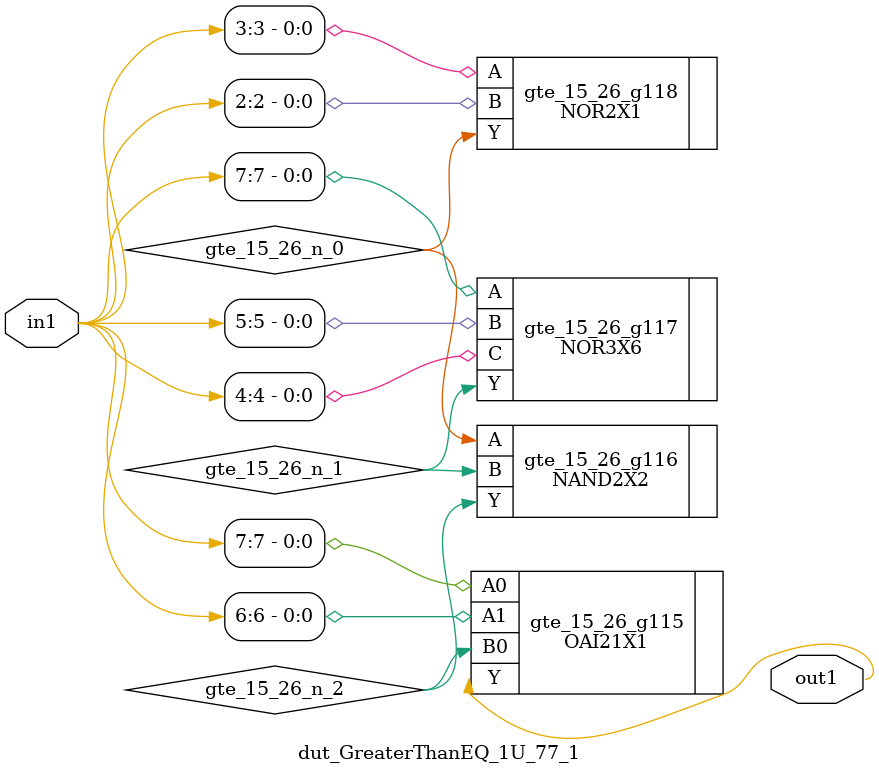
<source format=v>
`timescale 1ps / 1ps


module dut_GreaterThanEQ_1U_77_1(in1, out1);
  input [7:0] in1;
  output out1;
  wire [7:0] in1;
  wire out1;
  wire gte_15_26_n_0, gte_15_26_n_1, gte_15_26_n_2;
  OAI21X1 gte_15_26_g115(.A0 (in1[7]), .A1 (in1[6]), .B0
       (gte_15_26_n_2), .Y (out1));
  NAND2X2 gte_15_26_g116(.A (gte_15_26_n_0), .B (gte_15_26_n_1), .Y
       (gte_15_26_n_2));
  NOR3X6 gte_15_26_g117(.A (in1[7]), .B (in1[5]), .C (in1[4]), .Y
       (gte_15_26_n_1));
  NOR2X1 gte_15_26_g118(.A (in1[3]), .B (in1[2]), .Y (gte_15_26_n_0));
endmodule



</source>
